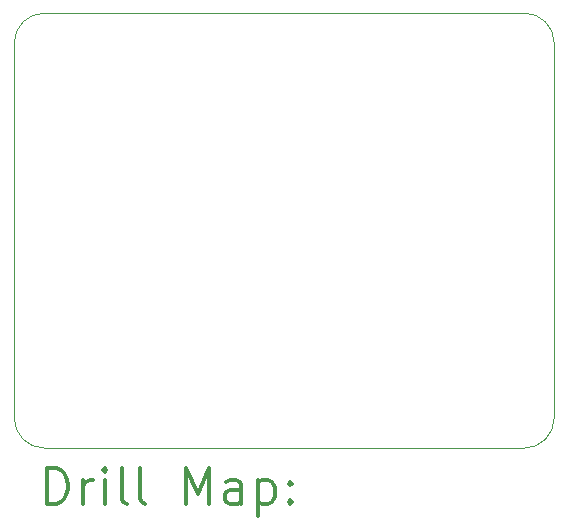
<source format=gbr>
%FSLAX45Y45*%
G04 Gerber Fmt 4.5, Leading zero omitted, Abs format (unit mm)*
G04 Created by KiCad (PCBNEW (5.1.10-1-10_14)) date 2021-11-08 15:10:59*
%MOMM*%
%LPD*%
G01*
G04 APERTURE LIST*
%TA.AperFunction,Profile*%
%ADD10C,0.120000*%
%TD*%
%ADD11C,0.200000*%
%ADD12C,0.300000*%
G04 APERTURE END LIST*
D10*
X16002000Y-4445000D02*
G75*
G02*
X16256000Y-4699000I0J-254000D01*
G01*
X16256000Y-7874000D02*
G75*
G02*
X16002000Y-8128000I-254000J0D01*
G01*
X11684000Y-4699000D02*
G75*
G02*
X11938000Y-4445000I254000J0D01*
G01*
X11684000Y-7874000D02*
X11684000Y-4699000D01*
X11938000Y-8128000D02*
G75*
G02*
X11684000Y-7874000I0J254000D01*
G01*
X16002000Y-8128000D02*
X11938000Y-8128000D01*
X16256000Y-4699000D02*
X16256000Y-7874000D01*
X11938000Y-4445000D02*
X16002000Y-4445000D01*
D11*
D12*
X11964428Y-8599714D02*
X11964428Y-8299714D01*
X12035857Y-8299714D01*
X12078714Y-8314000D01*
X12107286Y-8342571D01*
X12121571Y-8371143D01*
X12135857Y-8428286D01*
X12135857Y-8471143D01*
X12121571Y-8528286D01*
X12107286Y-8556857D01*
X12078714Y-8585429D01*
X12035857Y-8599714D01*
X11964428Y-8599714D01*
X12264428Y-8599714D02*
X12264428Y-8399714D01*
X12264428Y-8456857D02*
X12278714Y-8428286D01*
X12293000Y-8414000D01*
X12321571Y-8399714D01*
X12350143Y-8399714D01*
X12450143Y-8599714D02*
X12450143Y-8399714D01*
X12450143Y-8299714D02*
X12435857Y-8314000D01*
X12450143Y-8328286D01*
X12464428Y-8314000D01*
X12450143Y-8299714D01*
X12450143Y-8328286D01*
X12635857Y-8599714D02*
X12607286Y-8585429D01*
X12593000Y-8556857D01*
X12593000Y-8299714D01*
X12793000Y-8599714D02*
X12764428Y-8585429D01*
X12750143Y-8556857D01*
X12750143Y-8299714D01*
X13135857Y-8599714D02*
X13135857Y-8299714D01*
X13235857Y-8514000D01*
X13335857Y-8299714D01*
X13335857Y-8599714D01*
X13607286Y-8599714D02*
X13607286Y-8442572D01*
X13593000Y-8414000D01*
X13564428Y-8399714D01*
X13507286Y-8399714D01*
X13478714Y-8414000D01*
X13607286Y-8585429D02*
X13578714Y-8599714D01*
X13507286Y-8599714D01*
X13478714Y-8585429D01*
X13464428Y-8556857D01*
X13464428Y-8528286D01*
X13478714Y-8499714D01*
X13507286Y-8485429D01*
X13578714Y-8485429D01*
X13607286Y-8471143D01*
X13750143Y-8399714D02*
X13750143Y-8699714D01*
X13750143Y-8414000D02*
X13778714Y-8399714D01*
X13835857Y-8399714D01*
X13864428Y-8414000D01*
X13878714Y-8428286D01*
X13893000Y-8456857D01*
X13893000Y-8542572D01*
X13878714Y-8571143D01*
X13864428Y-8585429D01*
X13835857Y-8599714D01*
X13778714Y-8599714D01*
X13750143Y-8585429D01*
X14021571Y-8571143D02*
X14035857Y-8585429D01*
X14021571Y-8599714D01*
X14007286Y-8585429D01*
X14021571Y-8571143D01*
X14021571Y-8599714D01*
X14021571Y-8414000D02*
X14035857Y-8428286D01*
X14021571Y-8442572D01*
X14007286Y-8428286D01*
X14021571Y-8414000D01*
X14021571Y-8442572D01*
M02*

</source>
